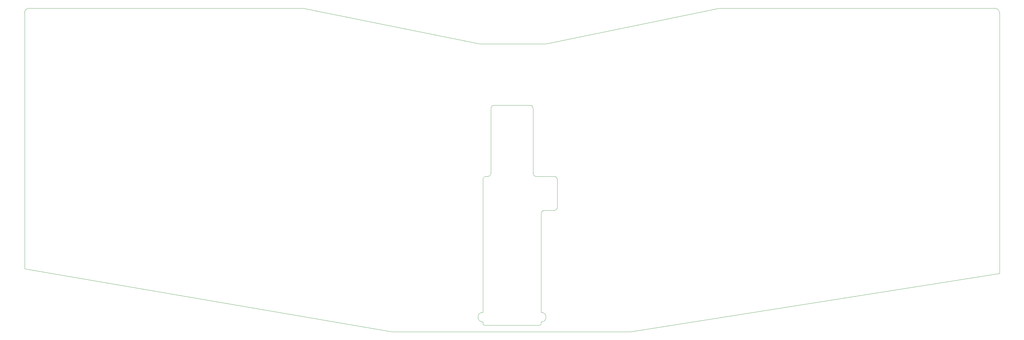
<source format=gbr>
%TF.GenerationSoftware,KiCad,Pcbnew,(5.0.1-3-g963ef8bb5)*%
%TF.CreationDate,2018-12-29T10:02:52-08:00*%
%TF.ProjectId,Laptreus-v1,4C617074726575732D76312E6B696361,rev?*%
%TF.SameCoordinates,Original*%
%TF.FileFunction,Profile,NP*%
%FSLAX46Y46*%
G04 Gerber Fmt 4.6, Leading zero omitted, Abs format (unit mm)*
G04 Created by KiCad (PCBNEW (5.0.1-3-g963ef8bb5)) date Saturday, December 29, 2018 at 10:02:52 AM*
%MOMM*%
%LPD*%
G01*
G04 APERTURE LIST*
%ADD10C,0.100000*%
G04 APERTURE END LIST*
D10*
X240770059Y-150470119D02*
X240770059Y-150970119D01*
X240770062Y-146970117D02*
X240770060Y-147470118D01*
X240770067Y-147470119D02*
G75*
G02X240770059Y-150470119I-4J-1500000D01*
G01*
X222770064Y-150470119D02*
X222770064Y-150970119D01*
X222770065Y-150470114D02*
G75*
G02X222770059Y-147470118I-3J1499998D01*
G01*
X237270063Y-83470115D02*
G75*
G02X238270062Y-84470118I-2J-1000001D01*
G01*
X225270061Y-84470119D02*
G75*
G02X226270062Y-83470116I1000002J1D01*
G01*
X226270062Y-83470116D02*
X237270063Y-83470117D01*
X268270063Y-153470119D02*
X382270062Y-135470116D01*
X194770063Y-153470117D02*
X239270063Y-153470116D01*
X240770060Y-150970118D02*
G75*
G02X240270061Y-151470119I-500000J-1D01*
G01*
X223270064Y-151470119D02*
G75*
G02X222770064Y-150970119I0J500000D01*
G01*
X245770062Y-114970120D02*
G75*
G02X244770061Y-115970119I-1000000J1D01*
G01*
X223270064Y-151470117D02*
X240270061Y-151470119D01*
X244770061Y-105470118D02*
G75*
G02X245770060Y-106470119I-1J-1000000D01*
G01*
X380770063Y-53470116D02*
G75*
G02X382270060Y-54970119I-3J-1500000D01*
G01*
X81270064Y-54970119D02*
G75*
G02X82770060Y-53470119I1499998J2D01*
G01*
X225270060Y-104470118D02*
G75*
G02X224270060Y-105470118I-1000000J0D01*
G01*
X223770061Y-105470118D02*
X224270060Y-105470118D01*
X222770064Y-106470119D02*
G75*
G02X223770061Y-105470118I999999J2D01*
G01*
X240770059Y-116970114D02*
G75*
G02X241770063Y-115970118I1000000J-4D01*
G01*
X225270063Y-104470118D02*
X225270059Y-84470117D01*
X239270063Y-105470116D02*
G75*
G02X238270061Y-104470118I-2J1000000D01*
G01*
X238270061Y-104470118D02*
X238270062Y-84470117D01*
X244770060Y-105470119D02*
X239270064Y-105470119D01*
X241770063Y-115970118D02*
X244770061Y-115970119D01*
X240770060Y-116970118D02*
X240770062Y-146970117D01*
X82770060Y-53470119D02*
X167270060Y-53470120D01*
X242270062Y-64470119D02*
X295770061Y-53470120D01*
X221770061Y-64470116D02*
X242270062Y-64470119D01*
X167270060Y-53470120D02*
X221770061Y-64470116D01*
X239270063Y-153470116D02*
X268270063Y-153470119D01*
X245770060Y-106470119D02*
X245770063Y-114970117D01*
X222770059Y-147470118D02*
X222770064Y-106470119D01*
X81270064Y-133970119D02*
X194770063Y-153470117D01*
X295770061Y-53470120D02*
X380770061Y-53470118D01*
X81270062Y-54970118D02*
X81270064Y-133970119D01*
X382270060Y-54970119D02*
X382270062Y-135470116D01*
M02*

</source>
